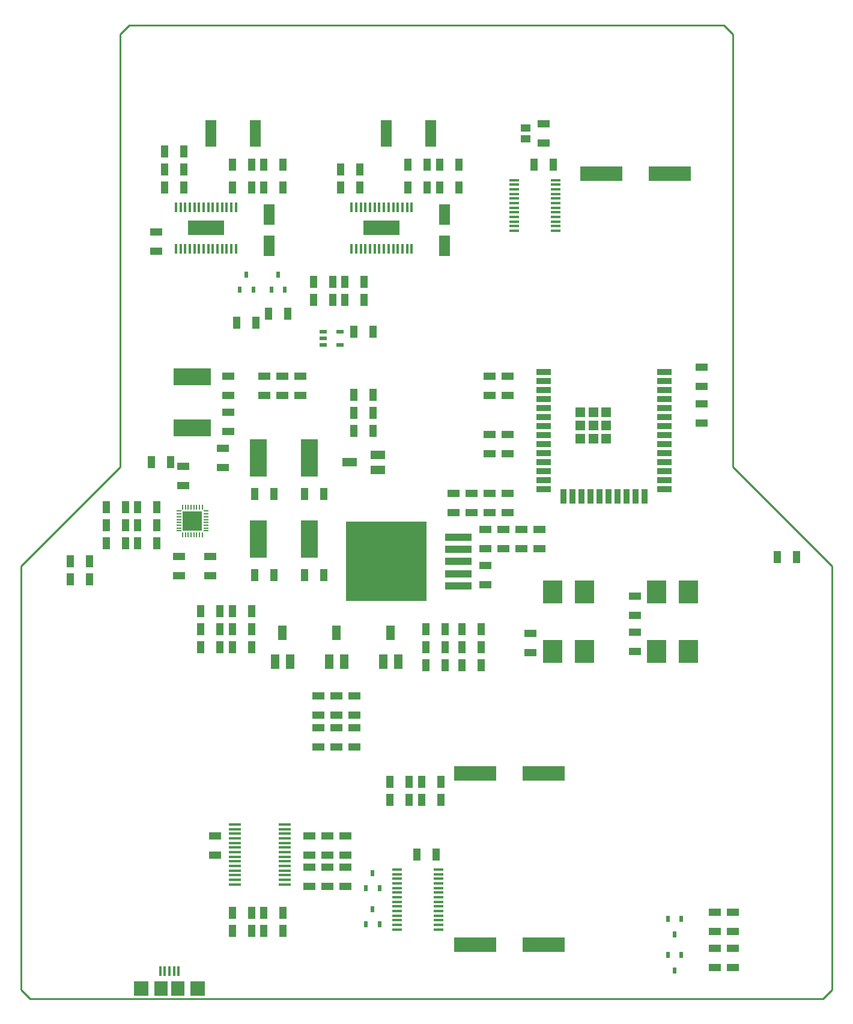
<source format=gtp>
G04*
G04 #@! TF.GenerationSoftware,Altium Limited,Altium Designer,20.0.7 (75)*
G04*
G04 Layer_Color=8421504*
%FSLAX25Y25*%
%MOIN*%
G70*
G01*
G75*
%ADD10C,0.01000*%
%ADD16C,0.00500*%
%ADD17R,0.20472X0.07874*%
%ADD18R,0.01772X0.05807*%
%ADD19R,0.04331X0.06693*%
%ADD20R,0.23622X0.07874*%
%ADD21R,0.15000X0.04000*%
%ADD22R,0.45000X0.44000*%
%ADD23R,0.06299X0.11811*%
%ADD24R,0.11024X0.12598*%
%ADD25R,0.05236X0.05236*%
%ADD26R,0.07874X0.03543*%
%ADD27R,0.03543X0.07874*%
%ADD28R,0.06693X0.04331*%
%ADD29R,0.02362X0.03347*%
%ADD30R,0.05807X0.01772*%
%ADD31R,0.05906X0.14567*%
%ADD32R,0.07874X0.05118*%
%ADD33R,0.05118X0.07874*%
%ADD34R,0.01575X0.05512*%
%ADD35R,0.07874X0.07874*%
%ADD36R,0.07480X0.07874*%
%ADD37R,0.06693X0.01772*%
%ADD38R,0.03937X0.02362*%
%ADD39R,0.21000X0.09500*%
%ADD40R,0.09500X0.21000*%
%ADD41R,0.10630X0.10630*%
G04:AMPARAMS|DCode=42|XSize=9.84mil|YSize=25.59mil|CornerRadius=0mil|HoleSize=0mil|Usage=FLASHONLY|Rotation=0.000|XOffset=0mil|YOffset=0mil|HoleType=Round|Shape=Octagon|*
%AMOCTAGOND42*
4,1,8,-0.00246,0.01280,0.00246,0.01280,0.00492,0.01034,0.00492,-0.01034,0.00246,-0.01280,-0.00246,-0.01280,-0.00492,-0.01034,-0.00492,0.01034,-0.00246,0.01280,0.0*
%
%ADD42OCTAGOND42*%

%ADD43R,0.00984X0.02559*%
%ADD44R,0.02559X0.00984*%
G04:AMPARAMS|DCode=45|XSize=9.84mil|YSize=25.59mil|CornerRadius=0mil|HoleSize=0mil|Usage=FLASHONLY|Rotation=90.000|XOffset=0mil|YOffset=0mil|HoleType=Round|Shape=Octagon|*
%AMOCTAGOND45*
4,1,8,-0.01280,-0.00246,-0.01280,0.00246,-0.01034,0.00492,0.01034,0.00492,0.01280,0.00246,0.01280,-0.00246,0.01034,-0.00492,-0.01034,-0.00492,-0.01280,-0.00246,0.0*
%
%ADD45OCTAGOND45*%

%ADD46R,0.05512X0.04331*%
D10*
X625000Y245000D02*
X625000Y10000D01*
X620000Y5000D02*
X625000Y10000D01*
X570000Y300000D02*
X625000Y245000D01*
X180000Y5000D02*
X620000D01*
X175000Y10000D02*
X180000Y5000D01*
X175000Y10000D02*
Y15000D01*
X175000D02*
X175000D01*
X175000D02*
Y245000D01*
X230000Y300000D01*
Y540000D02*
X235000Y545000D01*
X230000Y300000D02*
Y540000D01*
X570000Y300000D02*
Y540000D01*
X565000Y545000D02*
X570000Y540000D01*
X235000Y545000D02*
X565000D01*
D16*
X237252Y4791D02*
X277252D01*
D17*
X375000Y432500D02*
D03*
X277500D02*
D03*
D18*
X391634Y420933D02*
D03*
X389075D02*
D03*
X386516D02*
D03*
X383957D02*
D03*
X381398D02*
D03*
X378839D02*
D03*
X376279D02*
D03*
X373721D02*
D03*
X371161D02*
D03*
X368602D02*
D03*
X366043D02*
D03*
X363484D02*
D03*
X360925D02*
D03*
X358366D02*
D03*
Y444067D02*
D03*
X360925D02*
D03*
X363484D02*
D03*
X366043D02*
D03*
X368602D02*
D03*
X371161D02*
D03*
X373721D02*
D03*
X376279D02*
D03*
X378839D02*
D03*
X381398D02*
D03*
X383957D02*
D03*
X386516D02*
D03*
X389075D02*
D03*
X391634D02*
D03*
X294134D02*
D03*
X291575D02*
D03*
X289016D02*
D03*
X286457D02*
D03*
X283898D02*
D03*
X281339D02*
D03*
X278780D02*
D03*
X276220D02*
D03*
X273661D02*
D03*
X271102D02*
D03*
X268543D02*
D03*
X265984D02*
D03*
X263425D02*
D03*
X260866D02*
D03*
Y420933D02*
D03*
X263425D02*
D03*
X265984D02*
D03*
X268543D02*
D03*
X271102D02*
D03*
X273661D02*
D03*
X276220D02*
D03*
X278780D02*
D03*
X281339D02*
D03*
X283898D02*
D03*
X286457D02*
D03*
X289016D02*
D03*
X291575D02*
D03*
X294134D02*
D03*
D19*
X359685Y340000D02*
D03*
X370315D02*
D03*
X247185Y302500D02*
D03*
X257815D02*
D03*
X309685Y455000D02*
D03*
X320315D02*
D03*
X302815D02*
D03*
X292185D02*
D03*
X417815Y467500D02*
D03*
X407185D02*
D03*
X407815Y115374D02*
D03*
X397185D02*
D03*
X407815Y125374D02*
D03*
X397185D02*
D03*
X390315Y115374D02*
D03*
X379685D02*
D03*
X390315Y125374D02*
D03*
X379685D02*
D03*
X359685Y330000D02*
D03*
X370315D02*
D03*
X320315Y467500D02*
D03*
X309685D02*
D03*
X254685Y475000D02*
D03*
X265315D02*
D03*
X254685Y465000D02*
D03*
X265315D02*
D03*
X254685Y455000D02*
D03*
X265315D02*
D03*
X302815Y467500D02*
D03*
X292185D02*
D03*
X407185Y455000D02*
D03*
X417815D02*
D03*
X362815Y465000D02*
D03*
X352185D02*
D03*
X389685Y467500D02*
D03*
X400315D02*
D03*
Y455000D02*
D03*
X389685D02*
D03*
X359685Y320000D02*
D03*
X370315D02*
D03*
X362815Y455000D02*
D03*
X352185D02*
D03*
X470315Y467500D02*
D03*
X459685D02*
D03*
X405315Y85000D02*
D03*
X394685D02*
D03*
X594685Y250000D02*
D03*
X605315D02*
D03*
X302815Y52500D02*
D03*
X292185D02*
D03*
Y42500D02*
D03*
X302815D02*
D03*
X320315D02*
D03*
X309685D02*
D03*
X320315Y52500D02*
D03*
X309685D02*
D03*
X410315Y200000D02*
D03*
X399685D02*
D03*
X202185Y237500D02*
D03*
X212815D02*
D03*
X202185Y247500D02*
D03*
X212815D02*
D03*
X419685Y210000D02*
D03*
X430315D02*
D03*
Y190000D02*
D03*
X419685D02*
D03*
Y200000D02*
D03*
X430315D02*
D03*
X399685Y190000D02*
D03*
X410315D02*
D03*
Y210000D02*
D03*
X399685D02*
D03*
X370315Y375000D02*
D03*
X359685D02*
D03*
X305315Y380000D02*
D03*
X294685D02*
D03*
X312185Y385000D02*
D03*
X322815D02*
D03*
X337185Y392500D02*
D03*
X347815D02*
D03*
X354685D02*
D03*
X365315D02*
D03*
X354685Y402500D02*
D03*
X365315D02*
D03*
X337185D02*
D03*
X347815D02*
D03*
X239685Y277500D02*
D03*
X250315D02*
D03*
X292185Y220000D02*
D03*
X302815D02*
D03*
X292185Y210000D02*
D03*
X302815D02*
D03*
Y200000D02*
D03*
X292185D02*
D03*
X285315D02*
D03*
X274685D02*
D03*
Y210000D02*
D03*
X285315D02*
D03*
X274685Y220000D02*
D03*
X285315D02*
D03*
X232815Y267500D02*
D03*
X222185D02*
D03*
Y277500D02*
D03*
X232815D02*
D03*
Y257500D02*
D03*
X222185D02*
D03*
X239685Y267500D02*
D03*
X250315D02*
D03*
X239685Y257500D02*
D03*
X250315D02*
D03*
X304685Y285000D02*
D03*
X315315D02*
D03*
X304685Y240000D02*
D03*
X315315D02*
D03*
X332185D02*
D03*
X342815D02*
D03*
X332185Y285000D02*
D03*
X342815D02*
D03*
D20*
X535000Y462500D02*
D03*
X497000D02*
D03*
X465000Y130000D02*
D03*
X427000D02*
D03*
X465000Y35000D02*
D03*
X427000D02*
D03*
D21*
X417500Y260900D02*
D03*
Y247500D02*
D03*
Y240800D02*
D03*
Y234100D02*
D03*
Y254200D02*
D03*
D22*
X377500Y247500D02*
D03*
D23*
X410000Y422500D02*
D03*
Y439823D02*
D03*
X312500Y422500D02*
D03*
Y439823D02*
D03*
D24*
X470000Y197500D02*
D03*
Y230571D02*
D03*
X487716Y197500D02*
D03*
Y230571D02*
D03*
X527500Y197500D02*
D03*
Y230571D02*
D03*
X545217Y197500D02*
D03*
Y230571D02*
D03*
D25*
X499689Y330216D02*
D03*
X492465D02*
D03*
X485240D02*
D03*
X499689Y315767D02*
D03*
Y322991D02*
D03*
X492465Y315767D02*
D03*
Y322991D02*
D03*
X485240Y315767D02*
D03*
Y322991D02*
D03*
D26*
X531929Y352500D02*
D03*
Y347500D02*
D03*
Y342500D02*
D03*
Y337500D02*
D03*
Y332500D02*
D03*
Y327500D02*
D03*
Y322500D02*
D03*
Y317500D02*
D03*
Y312500D02*
D03*
Y307500D02*
D03*
Y302500D02*
D03*
Y297500D02*
D03*
Y292500D02*
D03*
Y287500D02*
D03*
X465000D02*
D03*
Y292500D02*
D03*
Y297500D02*
D03*
Y302500D02*
D03*
Y307500D02*
D03*
Y312500D02*
D03*
Y317500D02*
D03*
Y322500D02*
D03*
Y327500D02*
D03*
Y332500D02*
D03*
Y337500D02*
D03*
Y342500D02*
D03*
Y347500D02*
D03*
Y352500D02*
D03*
D27*
X520965Y283563D02*
D03*
X515965D02*
D03*
X510965D02*
D03*
X505965D02*
D03*
X500965D02*
D03*
X495965D02*
D03*
X490965D02*
D03*
X485965D02*
D03*
X480965D02*
D03*
X475965D02*
D03*
D28*
X435000Y339685D02*
D03*
Y350315D02*
D03*
X250000Y430315D02*
D03*
Y419685D02*
D03*
X462500Y265315D02*
D03*
Y254685D02*
D03*
X452500Y265315D02*
D03*
Y254685D02*
D03*
X442500Y265315D02*
D03*
Y254685D02*
D03*
X432500Y265315D02*
D03*
Y254685D02*
D03*
X445000Y285315D02*
D03*
Y274685D02*
D03*
X435000Y285315D02*
D03*
Y274685D02*
D03*
X425000Y285315D02*
D03*
Y274685D02*
D03*
X415000Y285315D02*
D03*
Y274685D02*
D03*
X465000Y479685D02*
D03*
Y490315D02*
D03*
X552500Y335000D02*
D03*
Y324370D02*
D03*
Y355315D02*
D03*
Y344685D02*
D03*
X560000Y52815D02*
D03*
Y42185D02*
D03*
X570000D02*
D03*
Y52815D02*
D03*
X560000Y22185D02*
D03*
Y32815D02*
D03*
X570000D02*
D03*
Y22185D02*
D03*
X445000Y339685D02*
D03*
Y350315D02*
D03*
X335000Y84685D02*
D03*
Y95315D02*
D03*
Y67185D02*
D03*
Y77815D02*
D03*
X282500Y95315D02*
D03*
Y84685D02*
D03*
X345000D02*
D03*
Y95315D02*
D03*
X355000Y84685D02*
D03*
Y95315D02*
D03*
X345000Y77815D02*
D03*
Y67185D02*
D03*
X515500Y228315D02*
D03*
Y217685D02*
D03*
X445000Y307185D02*
D03*
Y317815D02*
D03*
X435000D02*
D03*
Y307185D02*
D03*
X515500Y208315D02*
D03*
Y197685D02*
D03*
X457500Y196870D02*
D03*
Y207500D02*
D03*
X355000Y77815D02*
D03*
Y67185D02*
D03*
X432500Y245315D02*
D03*
Y234685D02*
D03*
X330000Y350315D02*
D03*
Y339685D02*
D03*
X320000D02*
D03*
Y350315D02*
D03*
X310000Y339685D02*
D03*
Y350315D02*
D03*
X360000Y155315D02*
D03*
Y144685D02*
D03*
X340000Y155315D02*
D03*
Y144685D02*
D03*
X350000Y155315D02*
D03*
Y144685D02*
D03*
Y172815D02*
D03*
Y162185D02*
D03*
X360000Y172815D02*
D03*
Y162185D02*
D03*
X340000Y172815D02*
D03*
Y162185D02*
D03*
X286999Y310315D02*
D03*
Y299685D02*
D03*
X290000Y339685D02*
D03*
Y350315D02*
D03*
Y330315D02*
D03*
Y319685D02*
D03*
X265000Y300315D02*
D03*
Y289685D02*
D03*
X280000Y239685D02*
D03*
Y250315D02*
D03*
X262500Y239685D02*
D03*
Y250315D02*
D03*
D29*
X366260Y46142D02*
D03*
X373740D02*
D03*
X370000Y54606D02*
D03*
X366260Y66142D02*
D03*
X373740D02*
D03*
X370000Y74606D02*
D03*
X313760Y398268D02*
D03*
X321240D02*
D03*
X317500Y406732D02*
D03*
X537500Y20768D02*
D03*
X533760Y29232D02*
D03*
X541240D02*
D03*
X537500Y40768D02*
D03*
X533760Y49232D02*
D03*
X541240D02*
D03*
X300000Y406732D02*
D03*
X303740Y398268D02*
D03*
X296260D02*
D03*
D30*
X406567Y76634D02*
D03*
Y74075D02*
D03*
Y71516D02*
D03*
Y68957D02*
D03*
Y66398D02*
D03*
Y63839D02*
D03*
Y61279D02*
D03*
Y58720D02*
D03*
Y56161D02*
D03*
Y53602D02*
D03*
Y51043D02*
D03*
Y48484D02*
D03*
Y45925D02*
D03*
Y43366D02*
D03*
X383433D02*
D03*
Y45925D02*
D03*
Y48484D02*
D03*
Y51043D02*
D03*
Y53602D02*
D03*
Y56161D02*
D03*
Y58720D02*
D03*
Y61279D02*
D03*
Y63839D02*
D03*
Y66398D02*
D03*
Y68957D02*
D03*
Y71516D02*
D03*
Y74075D02*
D03*
Y76634D02*
D03*
X448433Y459075D02*
D03*
Y456516D02*
D03*
Y453957D02*
D03*
Y451398D02*
D03*
Y448839D02*
D03*
Y446279D02*
D03*
Y443720D02*
D03*
Y441161D02*
D03*
Y438602D02*
D03*
Y436043D02*
D03*
Y433484D02*
D03*
Y430925D02*
D03*
X471567D02*
D03*
Y433484D02*
D03*
Y436043D02*
D03*
Y438602D02*
D03*
Y441161D02*
D03*
Y443720D02*
D03*
Y446279D02*
D03*
Y448839D02*
D03*
Y451398D02*
D03*
Y453957D02*
D03*
Y456516D02*
D03*
Y459075D02*
D03*
D31*
X304803Y485000D02*
D03*
X280197D02*
D03*
X377697D02*
D03*
X402303D02*
D03*
D32*
X357126Y302500D02*
D03*
X372874Y306634D02*
D03*
Y298366D02*
D03*
D33*
X320000Y207874D02*
D03*
X324134Y192126D02*
D03*
X315866D02*
D03*
X380000Y207874D02*
D03*
X384134Y192126D02*
D03*
X375866D02*
D03*
X350000Y207874D02*
D03*
X354134Y192126D02*
D03*
X345866D02*
D03*
D34*
X259811Y20146D02*
D03*
X262370D02*
D03*
X257252Y20146D02*
D03*
X254693Y20146D02*
D03*
X252134D02*
D03*
D35*
X241504Y10500D02*
D03*
X273000D02*
D03*
D36*
X261976D02*
D03*
X252528D02*
D03*
D37*
X293721Y101634D02*
D03*
Y99075D02*
D03*
Y96516D02*
D03*
Y93957D02*
D03*
Y91398D02*
D03*
Y88839D02*
D03*
Y86279D02*
D03*
Y83720D02*
D03*
Y81161D02*
D03*
Y78602D02*
D03*
Y76043D02*
D03*
Y73484D02*
D03*
Y70925D02*
D03*
Y68366D02*
D03*
X321280D02*
D03*
Y70925D02*
D03*
Y73484D02*
D03*
Y76043D02*
D03*
Y78602D02*
D03*
Y81161D02*
D03*
Y83720D02*
D03*
Y86279D02*
D03*
Y88839D02*
D03*
Y91398D02*
D03*
Y93957D02*
D03*
Y96516D02*
D03*
Y99075D02*
D03*
Y101634D02*
D03*
D38*
X351948Y367500D02*
D03*
Y374900D02*
D03*
X342500Y367500D02*
D03*
Y371200D02*
D03*
Y374900D02*
D03*
D39*
X270000Y350000D02*
D03*
X270055Y321664D02*
D03*
D40*
X306664Y259945D02*
D03*
X335000Y260000D02*
D03*
X306664Y304945D02*
D03*
X335000Y305000D02*
D03*
D41*
X270000Y270000D02*
D03*
D42*
X264488Y262421D02*
D03*
X275512D02*
D03*
X264488Y277579D02*
D03*
X275512D02*
D03*
D43*
X266063Y262421D02*
D03*
X267638D02*
D03*
X269213D02*
D03*
X270787D02*
D03*
X272362D02*
D03*
X273937D02*
D03*
X266063Y277579D02*
D03*
X267638D02*
D03*
X269213D02*
D03*
X270787D02*
D03*
X272362D02*
D03*
X273937D02*
D03*
D44*
X262421Y269213D02*
D03*
Y270787D02*
D03*
Y272362D02*
D03*
Y273937D02*
D03*
Y266063D02*
D03*
Y267638D02*
D03*
X277579Y269213D02*
D03*
Y270787D02*
D03*
Y272362D02*
D03*
Y273937D02*
D03*
Y266063D02*
D03*
Y267638D02*
D03*
D45*
X262421Y275512D02*
D03*
Y264488D02*
D03*
X277579Y275512D02*
D03*
Y264488D02*
D03*
D46*
X455000Y487953D02*
D03*
Y482047D02*
D03*
M02*

</source>
